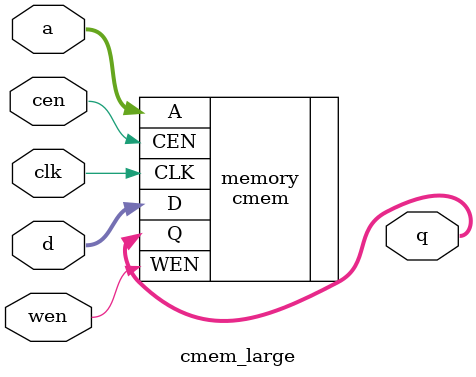
<source format=v>
module cmem_large(q,clk,cen,wen,a,d);
   input clk, cen, wen;
   input [5:0] a;
   input [15:0] d;
   output [15:0] q;

   cmem memory(.Q(q), .CLK(clk), .CEN(cen), .WEN(wen), .A(a), .D(d));
   
endmodule

</source>
